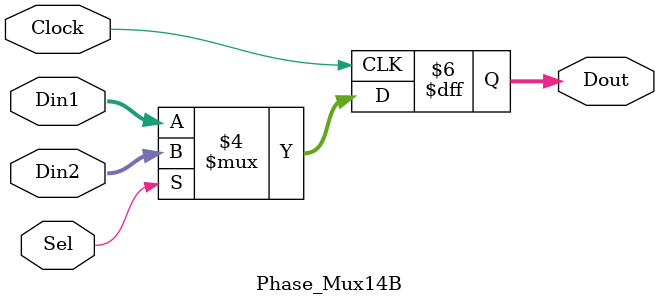
<source format=v>
`timescale	1ns/1ps

module	Phase_Mux14B(Dout, Din1, Din2, Sel, Clock)	;

output	[13:0]	Dout	;
reg	[13:0]	Dout	;

input	[13:0]	Din1, Din2	;
wire	[13:0]	Din1, Din2	;

input	Sel	;
wire	Sel	;

input	Clock	;
wire	Clock	;


always	@(posedge	Clock)
	begin
		if ( Sel == 1'b1 )
			begin
				Dout <= Din2	;
			end
		else
			begin
				Dout <= Din1	;
			end
	end

endmodule




</source>
